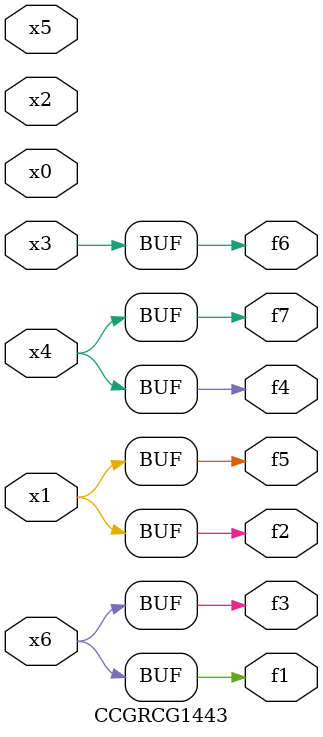
<source format=v>
module CCGRCG1443(
	input x0, x1, x2, x3, x4, x5, x6,
	output f1, f2, f3, f4, f5, f6, f7
);
	assign f1 = x6;
	assign f2 = x1;
	assign f3 = x6;
	assign f4 = x4;
	assign f5 = x1;
	assign f6 = x3;
	assign f7 = x4;
endmodule

</source>
